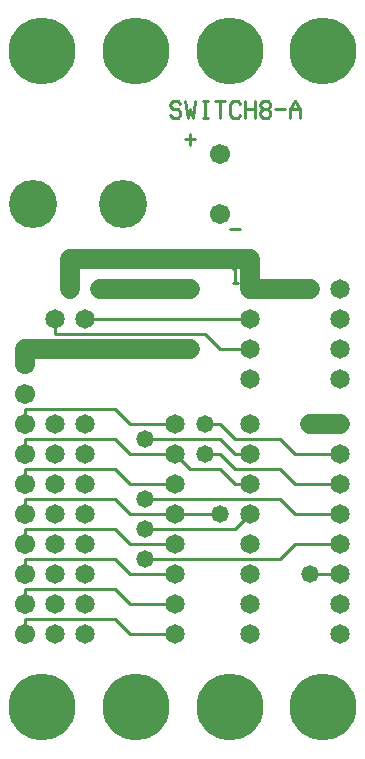
<source format=gtl>
%MOIN*%
%FSLAX25Y25*%
G04 D10 used for Character Trace; *
G04     Circle (OD=.01000) (No hole)*
G04 D11 used for Power Trace; *
G04     Circle (OD=.06700) (No hole)*
G04 D12 used for Signal Trace; *
G04     Circle (OD=.01100) (No hole)*
G04 D13 used for Via; *
G04     Circle (OD=.05800) (Round. Hole ID=.02800)*
G04 D14 used for Component hole; *
G04     Circle (OD=.06500) (Round. Hole ID=.03500)*
G04 D15 used for Component hole; *
G04     Circle (OD=.06700) (Round. Hole ID=.04300)*
G04 D16 used for Component hole; *
G04     Circle (OD=.08100) (Round. Hole ID=.05100)*
G04 D17 used for Component hole; *
G04     Circle (OD=.08900) (Round. Hole ID=.05900)*
G04 D18 used for Component hole; *
G04     Circle (OD=.11300) (Round. Hole ID=.08300)*
G04 D19 used for Component hole; *
G04     Circle (OD=.16000) (Round. Hole ID=.13000)*
G04 D20 used for Component hole; *
G04     Circle (OD=.18300) (Round. Hole ID=.15300)*
G04 D21 used for Component hole; *
G04     Circle (OD=.22291) (Round. Hole ID=.19291)*
%ADD10C,.01000*%
%ADD11C,.06700*%
%ADD12C,.01100*%
%ADD13C,.05800*%
%ADD14C,.06500*%
%ADD15C,.06700*%
%ADD16C,.08100*%
%ADD17C,.08900*%
%ADD18C,.11300*%
%ADD19C,.16000*%
%ADD20C,.18300*%
%ADD21C,.22291*%
%IPPOS*%
%LPD*%
G90*X0Y0D02*D21*X15625Y15625D03*D14*              
X30000Y40000D03*X20000D03*D15*X10000D03*D12*      
Y45000D01*X40000D01*X45000Y40000D01*X60000D01*D14*
D03*Y50000D03*D12*X45000D01*X40000Y55000D01*      
X10000D01*Y50000D01*D15*D03*D14*X20000Y60000D03*  
Y50000D03*D15*X10000Y60000D03*D12*Y65000D01*      
X40000D01*X45000Y60000D01*X60000D01*D14*D03*D13*  
X50000Y65000D03*D12*X95000D01*X100000Y70000D01*   
X115000D01*D14*D03*D13*X105000Y60000D03*D12*      
X115000D01*D14*D03*Y50000D03*Y80000D03*D12*       
X100000D01*X95000Y85000D01*X50000D01*D13*D03*D12* 
X45000Y90000D02*X60000D01*D14*D03*D12*            
X65000Y95000D02*X75000D01*X80000Y90000D01*        
X85000D01*D14*D03*D12*X80000Y95000D02*X95000D01*  
X100000Y90000D01*X115000D01*D14*D03*Y100000D03*   
D12*X100000D01*X95000Y105000D01*X80000D01*        
X75000Y110000D01*X70000D01*D13*D03*D12*           
X80000Y100000D02*X75000Y105000D01*                
X80000Y100000D02*X85000D01*D14*D03*D12*           
X80000Y95000D02*X75000Y100000D01*X70000D01*D13*   
D03*D12*X50000Y105000D02*X75000D01*D13*X50000D03* 
D12*X45000Y110000D02*X60000D01*D14*D03*Y100000D03*
D12*X65000Y95000D01*X45000Y100000D02*X60000D01*   
X45000D02*X40000Y105000D01*X10000D01*Y100000D01*  
D15*D03*D12*Y90000D02*Y95000D01*D15*Y90000D03*D12*
Y95000D02*X40000D01*X45000Y90000D01*Y80000D02*    
X40000Y85000D01*X45000Y80000D02*X60000D01*D14*D03*
D12*X75000D01*D13*D03*D12*X50000Y75000D02*        
X80000D01*D13*X50000D03*D12*X45000Y70000D02*      
X60000D01*D14*D03*D12*X45000D02*X40000Y75000D01*  
X10000D01*Y70000D01*D15*D03*D14*X20000Y80000D03*  
Y70000D03*D15*X10000Y80000D03*D12*Y85000D01*      
X40000D01*D14*X30000Y90000D03*Y80000D03*Y70000D03*
Y100000D03*X20000D03*Y90000D03*X30000Y60000D03*   
D12*X45000Y110000D02*X40000Y115000D01*X10000D01*  
Y110000D01*D15*D03*D14*X20000D03*D15*             
X10000Y120000D03*D14*X30000Y110000D03*D15*        
X10000Y130000D03*D11*Y135000D01*X65000D01*D14*D03*
D12*X75000D02*X70000Y140000D01*X75000Y135000D02*  
X85000D01*D14*D03*Y145000D03*D12*X30000D01*D14*   
D03*X35000Y155000D03*D11*X65000D01*D14*D03*D13*   
X55000Y165000D03*D11*X25000D01*Y155000D01*D14*D03*
X20000Y145000D03*D12*Y140000D01*X70000D01*D14*    
X85000Y125000D03*Y155000D03*D11*X105000D01*D13*   
D03*D14*X115000Y145000D03*Y155000D03*D11*         
X85000D02*Y165000D01*D10*X79163Y161914D02*        
X80000Y162871D01*Y157129D01*X79163D02*X80837D01*  
D11*X55000Y165000D02*X85000D01*D15*               
X75000Y180000D03*D19*X42500Y183500D03*D10*        
X78326Y175000D02*X81674D01*D15*X75000Y200000D03*  
D19*X12500Y183500D03*D10*X63326Y205000D02*        
X66674D01*X65000Y206914D02*Y203086D01*            
X61674Y216914D02*X60837Y217871D01*X59163D01*      
X58326Y216914D01*Y215957D01*X59163Y215000D01*     
X60837D01*X61674Y214043D01*Y213086D01*            
X60837Y212129D01*X59163D01*X58326Y213086D01*      
X63326Y217871D02*X64163Y212129D01*                
X65000Y215000D01*X65837Y212129D01*                
X66674Y217871D01*X70000Y212129D02*Y217871D01*     
X69163Y212129D02*X70837D01*X69163Y217871D02*      
X70837D01*X75000Y212129D02*Y217871D01*X73326D02*  
X76674D01*X81674Y213086D02*X80837Y212129D01*      
X79163D01*X78326Y213086D01*Y216914D01*            
X79163Y217871D01*X80837D01*X81674Y216914D01*      
X83326Y212129D02*Y217871D01*X86674Y212129D02*     
Y217871D01*X83326Y215000D02*X86674D01*X89163D02*  
X88326Y215957D01*Y216914D01*X89163Y217871D01*     
X90837D01*X91674Y216914D01*Y215957D01*            
X90837Y215000D01*X89163D01*X88326Y214043D01*      
Y213086D01*X89163Y212129D01*X90837D01*            
X91674Y213086D01*Y214043D01*X90837Y215000D01*     
X93326D02*X96674D01*X98326Y212129D02*Y215000D01*  
X100000Y217871D01*X101674Y215000D01*Y212129D01*   
X98326Y215000D02*X101674D01*D14*X85000Y110000D03* 
D13*X105000D03*D11*X115000D01*D14*D03*Y125000D03* 
Y135000D03*X85000Y80000D03*D12*X80000Y75000D01*   
D14*X85000Y70000D03*Y60000D03*Y50000D03*          
X115000Y40000D03*X85000D03*X30000Y50000D03*D21*   
X46875Y15625D03*X78125D03*X109375D03*Y234375D03*  
X78125D03*X46875D03*X15625D03*M02*                

</source>
